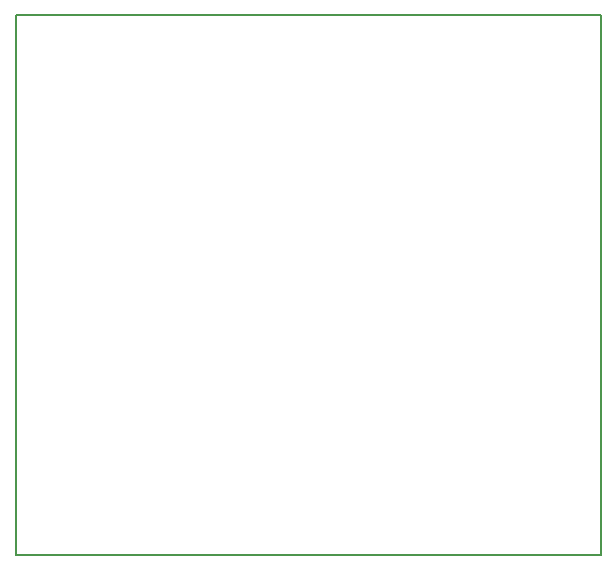
<source format=gbr>
G04 #@! TF.FileFunction,Profile,NP*
%FSLAX46Y46*%
G04 Gerber Fmt 4.6, Leading zero omitted, Abs format (unit mm)*
G04 Created by KiCad (PCBNEW 4.0.7) date Monday, March 05, 2018 'PMt' 09:34:27 PM*
%MOMM*%
%LPD*%
G01*
G04 APERTURE LIST*
%ADD10C,0.100000*%
%ADD11C,0.150000*%
G04 APERTURE END LIST*
D10*
D11*
X50800000Y-59690000D02*
X50800000Y-13970000D01*
X100330000Y-59690000D02*
X50800000Y-59690000D01*
X100330000Y-13970000D02*
X100330000Y-59690000D01*
X50800000Y-13970000D02*
X100330000Y-13970000D01*
M02*

</source>
